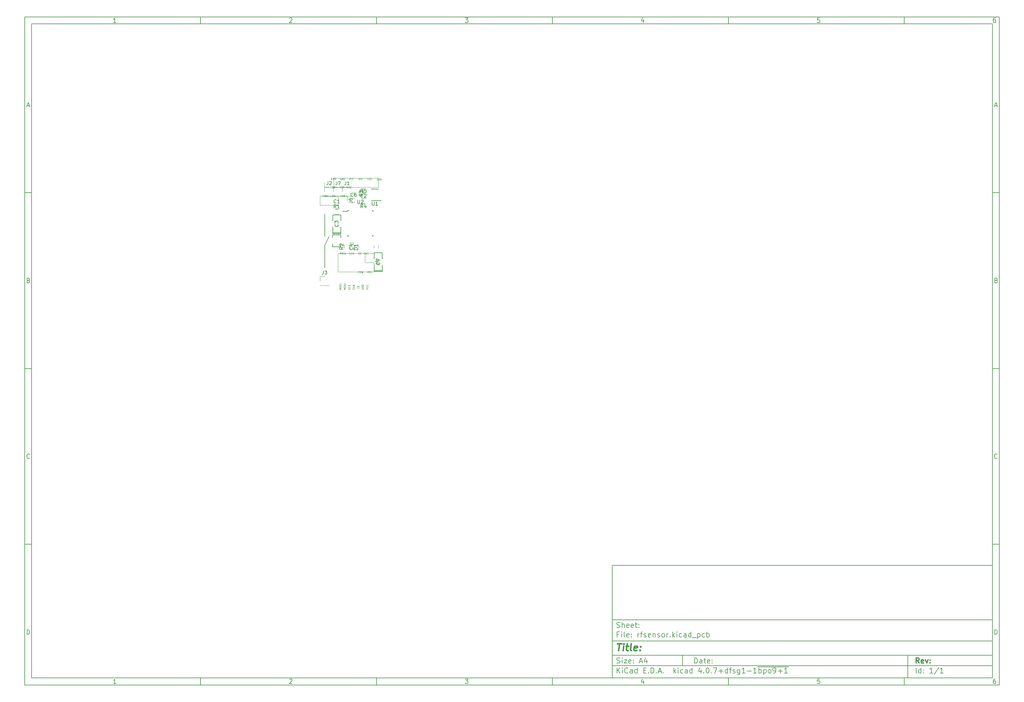
<source format=gbr>
G04 #@! TF.FileFunction,Legend,Top*
%FSLAX46Y46*%
G04 Gerber Fmt 4.6, Leading zero omitted, Abs format (unit mm)*
G04 Created by KiCad (PCBNEW 4.0.7+dfsg1-1~bpo9+1) date Fri Jan  5 13:44:09 2018*
%MOMM*%
%LPD*%
G01*
G04 APERTURE LIST*
%ADD10C,0.100000*%
%ADD11C,0.150000*%
%ADD12C,0.300000*%
%ADD13C,0.400000*%
%ADD14C,0.200000*%
%ADD15C,0.125000*%
%ADD16C,0.120000*%
G04 APERTURE END LIST*
D10*
D11*
X177002200Y-166007200D02*
X177002200Y-198007200D01*
X285002200Y-198007200D01*
X285002200Y-166007200D01*
X177002200Y-166007200D01*
D10*
D11*
X10000000Y-10000000D02*
X10000000Y-200007200D01*
X287002200Y-200007200D01*
X287002200Y-10000000D01*
X10000000Y-10000000D01*
D10*
D11*
X12000000Y-12000000D02*
X12000000Y-198007200D01*
X285002200Y-198007200D01*
X285002200Y-12000000D01*
X12000000Y-12000000D01*
D10*
D11*
X60000000Y-12000000D02*
X60000000Y-10000000D01*
D10*
D11*
X110000000Y-12000000D02*
X110000000Y-10000000D01*
D10*
D11*
X160000000Y-12000000D02*
X160000000Y-10000000D01*
D10*
D11*
X210000000Y-12000000D02*
X210000000Y-10000000D01*
D10*
D11*
X260000000Y-12000000D02*
X260000000Y-10000000D01*
D10*
D11*
X35990476Y-11588095D02*
X35247619Y-11588095D01*
X35619048Y-11588095D02*
X35619048Y-10288095D01*
X35495238Y-10473810D01*
X35371429Y-10597619D01*
X35247619Y-10659524D01*
D10*
D11*
X85247619Y-10411905D02*
X85309524Y-10350000D01*
X85433333Y-10288095D01*
X85742857Y-10288095D01*
X85866667Y-10350000D01*
X85928571Y-10411905D01*
X85990476Y-10535714D01*
X85990476Y-10659524D01*
X85928571Y-10845238D01*
X85185714Y-11588095D01*
X85990476Y-11588095D01*
D10*
D11*
X135185714Y-10288095D02*
X135990476Y-10288095D01*
X135557143Y-10783333D01*
X135742857Y-10783333D01*
X135866667Y-10845238D01*
X135928571Y-10907143D01*
X135990476Y-11030952D01*
X135990476Y-11340476D01*
X135928571Y-11464286D01*
X135866667Y-11526190D01*
X135742857Y-11588095D01*
X135371429Y-11588095D01*
X135247619Y-11526190D01*
X135185714Y-11464286D01*
D10*
D11*
X185866667Y-10721429D02*
X185866667Y-11588095D01*
X185557143Y-10226190D02*
X185247619Y-11154762D01*
X186052381Y-11154762D01*
D10*
D11*
X235928571Y-10288095D02*
X235309524Y-10288095D01*
X235247619Y-10907143D01*
X235309524Y-10845238D01*
X235433333Y-10783333D01*
X235742857Y-10783333D01*
X235866667Y-10845238D01*
X235928571Y-10907143D01*
X235990476Y-11030952D01*
X235990476Y-11340476D01*
X235928571Y-11464286D01*
X235866667Y-11526190D01*
X235742857Y-11588095D01*
X235433333Y-11588095D01*
X235309524Y-11526190D01*
X235247619Y-11464286D01*
D10*
D11*
X285866667Y-10288095D02*
X285619048Y-10288095D01*
X285495238Y-10350000D01*
X285433333Y-10411905D01*
X285309524Y-10597619D01*
X285247619Y-10845238D01*
X285247619Y-11340476D01*
X285309524Y-11464286D01*
X285371429Y-11526190D01*
X285495238Y-11588095D01*
X285742857Y-11588095D01*
X285866667Y-11526190D01*
X285928571Y-11464286D01*
X285990476Y-11340476D01*
X285990476Y-11030952D01*
X285928571Y-10907143D01*
X285866667Y-10845238D01*
X285742857Y-10783333D01*
X285495238Y-10783333D01*
X285371429Y-10845238D01*
X285309524Y-10907143D01*
X285247619Y-11030952D01*
D10*
D11*
X60000000Y-198007200D02*
X60000000Y-200007200D01*
D10*
D11*
X110000000Y-198007200D02*
X110000000Y-200007200D01*
D10*
D11*
X160000000Y-198007200D02*
X160000000Y-200007200D01*
D10*
D11*
X210000000Y-198007200D02*
X210000000Y-200007200D01*
D10*
D11*
X260000000Y-198007200D02*
X260000000Y-200007200D01*
D10*
D11*
X35990476Y-199595295D02*
X35247619Y-199595295D01*
X35619048Y-199595295D02*
X35619048Y-198295295D01*
X35495238Y-198481010D01*
X35371429Y-198604819D01*
X35247619Y-198666724D01*
D10*
D11*
X85247619Y-198419105D02*
X85309524Y-198357200D01*
X85433333Y-198295295D01*
X85742857Y-198295295D01*
X85866667Y-198357200D01*
X85928571Y-198419105D01*
X85990476Y-198542914D01*
X85990476Y-198666724D01*
X85928571Y-198852438D01*
X85185714Y-199595295D01*
X85990476Y-199595295D01*
D10*
D11*
X135185714Y-198295295D02*
X135990476Y-198295295D01*
X135557143Y-198790533D01*
X135742857Y-198790533D01*
X135866667Y-198852438D01*
X135928571Y-198914343D01*
X135990476Y-199038152D01*
X135990476Y-199347676D01*
X135928571Y-199471486D01*
X135866667Y-199533390D01*
X135742857Y-199595295D01*
X135371429Y-199595295D01*
X135247619Y-199533390D01*
X135185714Y-199471486D01*
D10*
D11*
X185866667Y-198728629D02*
X185866667Y-199595295D01*
X185557143Y-198233390D02*
X185247619Y-199161962D01*
X186052381Y-199161962D01*
D10*
D11*
X235928571Y-198295295D02*
X235309524Y-198295295D01*
X235247619Y-198914343D01*
X235309524Y-198852438D01*
X235433333Y-198790533D01*
X235742857Y-198790533D01*
X235866667Y-198852438D01*
X235928571Y-198914343D01*
X235990476Y-199038152D01*
X235990476Y-199347676D01*
X235928571Y-199471486D01*
X235866667Y-199533390D01*
X235742857Y-199595295D01*
X235433333Y-199595295D01*
X235309524Y-199533390D01*
X235247619Y-199471486D01*
D10*
D11*
X285866667Y-198295295D02*
X285619048Y-198295295D01*
X285495238Y-198357200D01*
X285433333Y-198419105D01*
X285309524Y-198604819D01*
X285247619Y-198852438D01*
X285247619Y-199347676D01*
X285309524Y-199471486D01*
X285371429Y-199533390D01*
X285495238Y-199595295D01*
X285742857Y-199595295D01*
X285866667Y-199533390D01*
X285928571Y-199471486D01*
X285990476Y-199347676D01*
X285990476Y-199038152D01*
X285928571Y-198914343D01*
X285866667Y-198852438D01*
X285742857Y-198790533D01*
X285495238Y-198790533D01*
X285371429Y-198852438D01*
X285309524Y-198914343D01*
X285247619Y-199038152D01*
D10*
D11*
X10000000Y-60000000D02*
X12000000Y-60000000D01*
D10*
D11*
X10000000Y-110000000D02*
X12000000Y-110000000D01*
D10*
D11*
X10000000Y-160000000D02*
X12000000Y-160000000D01*
D10*
D11*
X10690476Y-35216667D02*
X11309524Y-35216667D01*
X10566667Y-35588095D02*
X11000000Y-34288095D01*
X11433333Y-35588095D01*
D10*
D11*
X11092857Y-84907143D02*
X11278571Y-84969048D01*
X11340476Y-85030952D01*
X11402381Y-85154762D01*
X11402381Y-85340476D01*
X11340476Y-85464286D01*
X11278571Y-85526190D01*
X11154762Y-85588095D01*
X10659524Y-85588095D01*
X10659524Y-84288095D01*
X11092857Y-84288095D01*
X11216667Y-84350000D01*
X11278571Y-84411905D01*
X11340476Y-84535714D01*
X11340476Y-84659524D01*
X11278571Y-84783333D01*
X11216667Y-84845238D01*
X11092857Y-84907143D01*
X10659524Y-84907143D01*
D10*
D11*
X11402381Y-135464286D02*
X11340476Y-135526190D01*
X11154762Y-135588095D01*
X11030952Y-135588095D01*
X10845238Y-135526190D01*
X10721429Y-135402381D01*
X10659524Y-135278571D01*
X10597619Y-135030952D01*
X10597619Y-134845238D01*
X10659524Y-134597619D01*
X10721429Y-134473810D01*
X10845238Y-134350000D01*
X11030952Y-134288095D01*
X11154762Y-134288095D01*
X11340476Y-134350000D01*
X11402381Y-134411905D01*
D10*
D11*
X10659524Y-185588095D02*
X10659524Y-184288095D01*
X10969048Y-184288095D01*
X11154762Y-184350000D01*
X11278571Y-184473810D01*
X11340476Y-184597619D01*
X11402381Y-184845238D01*
X11402381Y-185030952D01*
X11340476Y-185278571D01*
X11278571Y-185402381D01*
X11154762Y-185526190D01*
X10969048Y-185588095D01*
X10659524Y-185588095D01*
D10*
D11*
X287002200Y-60000000D02*
X285002200Y-60000000D01*
D10*
D11*
X287002200Y-110000000D02*
X285002200Y-110000000D01*
D10*
D11*
X287002200Y-160000000D02*
X285002200Y-160000000D01*
D10*
D11*
X285692676Y-35216667D02*
X286311724Y-35216667D01*
X285568867Y-35588095D02*
X286002200Y-34288095D01*
X286435533Y-35588095D01*
D10*
D11*
X286095057Y-84907143D02*
X286280771Y-84969048D01*
X286342676Y-85030952D01*
X286404581Y-85154762D01*
X286404581Y-85340476D01*
X286342676Y-85464286D01*
X286280771Y-85526190D01*
X286156962Y-85588095D01*
X285661724Y-85588095D01*
X285661724Y-84288095D01*
X286095057Y-84288095D01*
X286218867Y-84350000D01*
X286280771Y-84411905D01*
X286342676Y-84535714D01*
X286342676Y-84659524D01*
X286280771Y-84783333D01*
X286218867Y-84845238D01*
X286095057Y-84907143D01*
X285661724Y-84907143D01*
D10*
D11*
X286404581Y-135464286D02*
X286342676Y-135526190D01*
X286156962Y-135588095D01*
X286033152Y-135588095D01*
X285847438Y-135526190D01*
X285723629Y-135402381D01*
X285661724Y-135278571D01*
X285599819Y-135030952D01*
X285599819Y-134845238D01*
X285661724Y-134597619D01*
X285723629Y-134473810D01*
X285847438Y-134350000D01*
X286033152Y-134288095D01*
X286156962Y-134288095D01*
X286342676Y-134350000D01*
X286404581Y-134411905D01*
D10*
D11*
X285661724Y-185588095D02*
X285661724Y-184288095D01*
X285971248Y-184288095D01*
X286156962Y-184350000D01*
X286280771Y-184473810D01*
X286342676Y-184597619D01*
X286404581Y-184845238D01*
X286404581Y-185030952D01*
X286342676Y-185278571D01*
X286280771Y-185402381D01*
X286156962Y-185526190D01*
X285971248Y-185588095D01*
X285661724Y-185588095D01*
D10*
D11*
X200359343Y-193785771D02*
X200359343Y-192285771D01*
X200716486Y-192285771D01*
X200930771Y-192357200D01*
X201073629Y-192500057D01*
X201145057Y-192642914D01*
X201216486Y-192928629D01*
X201216486Y-193142914D01*
X201145057Y-193428629D01*
X201073629Y-193571486D01*
X200930771Y-193714343D01*
X200716486Y-193785771D01*
X200359343Y-193785771D01*
X202502200Y-193785771D02*
X202502200Y-193000057D01*
X202430771Y-192857200D01*
X202287914Y-192785771D01*
X202002200Y-192785771D01*
X201859343Y-192857200D01*
X202502200Y-193714343D02*
X202359343Y-193785771D01*
X202002200Y-193785771D01*
X201859343Y-193714343D01*
X201787914Y-193571486D01*
X201787914Y-193428629D01*
X201859343Y-193285771D01*
X202002200Y-193214343D01*
X202359343Y-193214343D01*
X202502200Y-193142914D01*
X203002200Y-192785771D02*
X203573629Y-192785771D01*
X203216486Y-192285771D02*
X203216486Y-193571486D01*
X203287914Y-193714343D01*
X203430772Y-193785771D01*
X203573629Y-193785771D01*
X204645057Y-193714343D02*
X204502200Y-193785771D01*
X204216486Y-193785771D01*
X204073629Y-193714343D01*
X204002200Y-193571486D01*
X204002200Y-193000057D01*
X204073629Y-192857200D01*
X204216486Y-192785771D01*
X204502200Y-192785771D01*
X204645057Y-192857200D01*
X204716486Y-193000057D01*
X204716486Y-193142914D01*
X204002200Y-193285771D01*
X205359343Y-193642914D02*
X205430771Y-193714343D01*
X205359343Y-193785771D01*
X205287914Y-193714343D01*
X205359343Y-193642914D01*
X205359343Y-193785771D01*
X205359343Y-192857200D02*
X205430771Y-192928629D01*
X205359343Y-193000057D01*
X205287914Y-192928629D01*
X205359343Y-192857200D01*
X205359343Y-193000057D01*
D10*
D11*
X177002200Y-194507200D02*
X285002200Y-194507200D01*
D10*
D11*
X178359343Y-196585771D02*
X178359343Y-195085771D01*
X179216486Y-196585771D02*
X178573629Y-195728629D01*
X179216486Y-195085771D02*
X178359343Y-195942914D01*
X179859343Y-196585771D02*
X179859343Y-195585771D01*
X179859343Y-195085771D02*
X179787914Y-195157200D01*
X179859343Y-195228629D01*
X179930771Y-195157200D01*
X179859343Y-195085771D01*
X179859343Y-195228629D01*
X181430772Y-196442914D02*
X181359343Y-196514343D01*
X181145057Y-196585771D01*
X181002200Y-196585771D01*
X180787915Y-196514343D01*
X180645057Y-196371486D01*
X180573629Y-196228629D01*
X180502200Y-195942914D01*
X180502200Y-195728629D01*
X180573629Y-195442914D01*
X180645057Y-195300057D01*
X180787915Y-195157200D01*
X181002200Y-195085771D01*
X181145057Y-195085771D01*
X181359343Y-195157200D01*
X181430772Y-195228629D01*
X182716486Y-196585771D02*
X182716486Y-195800057D01*
X182645057Y-195657200D01*
X182502200Y-195585771D01*
X182216486Y-195585771D01*
X182073629Y-195657200D01*
X182716486Y-196514343D02*
X182573629Y-196585771D01*
X182216486Y-196585771D01*
X182073629Y-196514343D01*
X182002200Y-196371486D01*
X182002200Y-196228629D01*
X182073629Y-196085771D01*
X182216486Y-196014343D01*
X182573629Y-196014343D01*
X182716486Y-195942914D01*
X184073629Y-196585771D02*
X184073629Y-195085771D01*
X184073629Y-196514343D02*
X183930772Y-196585771D01*
X183645058Y-196585771D01*
X183502200Y-196514343D01*
X183430772Y-196442914D01*
X183359343Y-196300057D01*
X183359343Y-195871486D01*
X183430772Y-195728629D01*
X183502200Y-195657200D01*
X183645058Y-195585771D01*
X183930772Y-195585771D01*
X184073629Y-195657200D01*
X185930772Y-195800057D02*
X186430772Y-195800057D01*
X186645058Y-196585771D02*
X185930772Y-196585771D01*
X185930772Y-195085771D01*
X186645058Y-195085771D01*
X187287915Y-196442914D02*
X187359343Y-196514343D01*
X187287915Y-196585771D01*
X187216486Y-196514343D01*
X187287915Y-196442914D01*
X187287915Y-196585771D01*
X188002201Y-196585771D02*
X188002201Y-195085771D01*
X188359344Y-195085771D01*
X188573629Y-195157200D01*
X188716487Y-195300057D01*
X188787915Y-195442914D01*
X188859344Y-195728629D01*
X188859344Y-195942914D01*
X188787915Y-196228629D01*
X188716487Y-196371486D01*
X188573629Y-196514343D01*
X188359344Y-196585771D01*
X188002201Y-196585771D01*
X189502201Y-196442914D02*
X189573629Y-196514343D01*
X189502201Y-196585771D01*
X189430772Y-196514343D01*
X189502201Y-196442914D01*
X189502201Y-196585771D01*
X190145058Y-196157200D02*
X190859344Y-196157200D01*
X190002201Y-196585771D02*
X190502201Y-195085771D01*
X191002201Y-196585771D01*
X191502201Y-196442914D02*
X191573629Y-196514343D01*
X191502201Y-196585771D01*
X191430772Y-196514343D01*
X191502201Y-196442914D01*
X191502201Y-196585771D01*
X194502201Y-196585771D02*
X194502201Y-195085771D01*
X194645058Y-196014343D02*
X195073629Y-196585771D01*
X195073629Y-195585771D02*
X194502201Y-196157200D01*
X195716487Y-196585771D02*
X195716487Y-195585771D01*
X195716487Y-195085771D02*
X195645058Y-195157200D01*
X195716487Y-195228629D01*
X195787915Y-195157200D01*
X195716487Y-195085771D01*
X195716487Y-195228629D01*
X197073630Y-196514343D02*
X196930773Y-196585771D01*
X196645059Y-196585771D01*
X196502201Y-196514343D01*
X196430773Y-196442914D01*
X196359344Y-196300057D01*
X196359344Y-195871486D01*
X196430773Y-195728629D01*
X196502201Y-195657200D01*
X196645059Y-195585771D01*
X196930773Y-195585771D01*
X197073630Y-195657200D01*
X198359344Y-196585771D02*
X198359344Y-195800057D01*
X198287915Y-195657200D01*
X198145058Y-195585771D01*
X197859344Y-195585771D01*
X197716487Y-195657200D01*
X198359344Y-196514343D02*
X198216487Y-196585771D01*
X197859344Y-196585771D01*
X197716487Y-196514343D01*
X197645058Y-196371486D01*
X197645058Y-196228629D01*
X197716487Y-196085771D01*
X197859344Y-196014343D01*
X198216487Y-196014343D01*
X198359344Y-195942914D01*
X199716487Y-196585771D02*
X199716487Y-195085771D01*
X199716487Y-196514343D02*
X199573630Y-196585771D01*
X199287916Y-196585771D01*
X199145058Y-196514343D01*
X199073630Y-196442914D01*
X199002201Y-196300057D01*
X199002201Y-195871486D01*
X199073630Y-195728629D01*
X199145058Y-195657200D01*
X199287916Y-195585771D01*
X199573630Y-195585771D01*
X199716487Y-195657200D01*
X202216487Y-195585771D02*
X202216487Y-196585771D01*
X201859344Y-195014343D02*
X201502201Y-196085771D01*
X202430773Y-196085771D01*
X203002201Y-196442914D02*
X203073629Y-196514343D01*
X203002201Y-196585771D01*
X202930772Y-196514343D01*
X203002201Y-196442914D01*
X203002201Y-196585771D01*
X204002201Y-195085771D02*
X204145058Y-195085771D01*
X204287915Y-195157200D01*
X204359344Y-195228629D01*
X204430773Y-195371486D01*
X204502201Y-195657200D01*
X204502201Y-196014343D01*
X204430773Y-196300057D01*
X204359344Y-196442914D01*
X204287915Y-196514343D01*
X204145058Y-196585771D01*
X204002201Y-196585771D01*
X203859344Y-196514343D01*
X203787915Y-196442914D01*
X203716487Y-196300057D01*
X203645058Y-196014343D01*
X203645058Y-195657200D01*
X203716487Y-195371486D01*
X203787915Y-195228629D01*
X203859344Y-195157200D01*
X204002201Y-195085771D01*
X205145058Y-196442914D02*
X205216486Y-196514343D01*
X205145058Y-196585771D01*
X205073629Y-196514343D01*
X205145058Y-196442914D01*
X205145058Y-196585771D01*
X205716487Y-195085771D02*
X206716487Y-195085771D01*
X206073630Y-196585771D01*
X207287915Y-196014343D02*
X208430772Y-196014343D01*
X207859343Y-196585771D02*
X207859343Y-195442914D01*
X209787915Y-196585771D02*
X209787915Y-195085771D01*
X209787915Y-196514343D02*
X209645058Y-196585771D01*
X209359344Y-196585771D01*
X209216486Y-196514343D01*
X209145058Y-196442914D01*
X209073629Y-196300057D01*
X209073629Y-195871486D01*
X209145058Y-195728629D01*
X209216486Y-195657200D01*
X209359344Y-195585771D01*
X209645058Y-195585771D01*
X209787915Y-195657200D01*
X210287915Y-195585771D02*
X210859344Y-195585771D01*
X210502201Y-196585771D02*
X210502201Y-195300057D01*
X210573629Y-195157200D01*
X210716487Y-195085771D01*
X210859344Y-195085771D01*
X211287915Y-196514343D02*
X211430772Y-196585771D01*
X211716487Y-196585771D01*
X211859344Y-196514343D01*
X211930772Y-196371486D01*
X211930772Y-196300057D01*
X211859344Y-196157200D01*
X211716487Y-196085771D01*
X211502201Y-196085771D01*
X211359344Y-196014343D01*
X211287915Y-195871486D01*
X211287915Y-195800057D01*
X211359344Y-195657200D01*
X211502201Y-195585771D01*
X211716487Y-195585771D01*
X211859344Y-195657200D01*
X213216487Y-195585771D02*
X213216487Y-196800057D01*
X213145058Y-196942914D01*
X213073630Y-197014343D01*
X212930773Y-197085771D01*
X212716487Y-197085771D01*
X212573630Y-197014343D01*
X213216487Y-196514343D02*
X213073630Y-196585771D01*
X212787916Y-196585771D01*
X212645058Y-196514343D01*
X212573630Y-196442914D01*
X212502201Y-196300057D01*
X212502201Y-195871486D01*
X212573630Y-195728629D01*
X212645058Y-195657200D01*
X212787916Y-195585771D01*
X213073630Y-195585771D01*
X213216487Y-195657200D01*
X214716487Y-196585771D02*
X213859344Y-196585771D01*
X214287916Y-196585771D02*
X214287916Y-195085771D01*
X214145059Y-195300057D01*
X214002201Y-195442914D01*
X213859344Y-195514343D01*
X215359344Y-196014343D02*
X216502201Y-196014343D01*
X218002201Y-196585771D02*
X217145058Y-196585771D01*
X217573630Y-196585771D02*
X217573630Y-195085771D01*
X217430773Y-195300057D01*
X217287915Y-195442914D01*
X217145058Y-195514343D01*
X218645058Y-196585771D02*
X218645058Y-195085771D01*
X218645058Y-195657200D02*
X218787915Y-195585771D01*
X219073629Y-195585771D01*
X219216486Y-195657200D01*
X219287915Y-195728629D01*
X219359344Y-195871486D01*
X219359344Y-196300057D01*
X219287915Y-196442914D01*
X219216486Y-196514343D01*
X219073629Y-196585771D01*
X218787915Y-196585771D01*
X218645058Y-196514343D01*
X220002201Y-195585771D02*
X220002201Y-197085771D01*
X220002201Y-195657200D02*
X220145058Y-195585771D01*
X220430772Y-195585771D01*
X220573629Y-195657200D01*
X220645058Y-195728629D01*
X220716487Y-195871486D01*
X220716487Y-196300057D01*
X220645058Y-196442914D01*
X220573629Y-196514343D01*
X220430772Y-196585771D01*
X220145058Y-196585771D01*
X220002201Y-196514343D01*
X221573630Y-196585771D02*
X221430772Y-196514343D01*
X221359344Y-196442914D01*
X221287915Y-196300057D01*
X221287915Y-195871486D01*
X221359344Y-195728629D01*
X221430772Y-195657200D01*
X221573630Y-195585771D01*
X221787915Y-195585771D01*
X221930772Y-195657200D01*
X222002201Y-195728629D01*
X222073630Y-195871486D01*
X222073630Y-196300057D01*
X222002201Y-196442914D01*
X221930772Y-196514343D01*
X221787915Y-196585771D01*
X221573630Y-196585771D01*
X222787915Y-196585771D02*
X223073630Y-196585771D01*
X223216487Y-196514343D01*
X223287915Y-196442914D01*
X223430773Y-196228629D01*
X223502201Y-195942914D01*
X223502201Y-195371486D01*
X223430773Y-195228629D01*
X223359344Y-195157200D01*
X223216487Y-195085771D01*
X222930773Y-195085771D01*
X222787915Y-195157200D01*
X222716487Y-195228629D01*
X222645058Y-195371486D01*
X222645058Y-195728629D01*
X222716487Y-195871486D01*
X222787915Y-195942914D01*
X222930773Y-196014343D01*
X223216487Y-196014343D01*
X223359344Y-195942914D01*
X223430773Y-195871486D01*
X223502201Y-195728629D01*
X224145058Y-196014343D02*
X225287915Y-196014343D01*
X224716486Y-196585771D02*
X224716486Y-195442914D01*
X226787915Y-196585771D02*
X225930772Y-196585771D01*
X226359344Y-196585771D02*
X226359344Y-195085771D01*
X226216487Y-195300057D01*
X226073629Y-195442914D01*
X225930772Y-195514343D01*
X218287915Y-194827200D02*
X227073629Y-194827200D01*
D10*
D11*
X177002200Y-191507200D02*
X285002200Y-191507200D01*
D10*
D12*
X264216486Y-193785771D02*
X263716486Y-193071486D01*
X263359343Y-193785771D02*
X263359343Y-192285771D01*
X263930771Y-192285771D01*
X264073629Y-192357200D01*
X264145057Y-192428629D01*
X264216486Y-192571486D01*
X264216486Y-192785771D01*
X264145057Y-192928629D01*
X264073629Y-193000057D01*
X263930771Y-193071486D01*
X263359343Y-193071486D01*
X265430771Y-193714343D02*
X265287914Y-193785771D01*
X265002200Y-193785771D01*
X264859343Y-193714343D01*
X264787914Y-193571486D01*
X264787914Y-193000057D01*
X264859343Y-192857200D01*
X265002200Y-192785771D01*
X265287914Y-192785771D01*
X265430771Y-192857200D01*
X265502200Y-193000057D01*
X265502200Y-193142914D01*
X264787914Y-193285771D01*
X266002200Y-192785771D02*
X266359343Y-193785771D01*
X266716485Y-192785771D01*
X267287914Y-193642914D02*
X267359342Y-193714343D01*
X267287914Y-193785771D01*
X267216485Y-193714343D01*
X267287914Y-193642914D01*
X267287914Y-193785771D01*
X267287914Y-192857200D02*
X267359342Y-192928629D01*
X267287914Y-193000057D01*
X267216485Y-192928629D01*
X267287914Y-192857200D01*
X267287914Y-193000057D01*
D10*
D11*
X178287914Y-193714343D02*
X178502200Y-193785771D01*
X178859343Y-193785771D01*
X179002200Y-193714343D01*
X179073629Y-193642914D01*
X179145057Y-193500057D01*
X179145057Y-193357200D01*
X179073629Y-193214343D01*
X179002200Y-193142914D01*
X178859343Y-193071486D01*
X178573629Y-193000057D01*
X178430771Y-192928629D01*
X178359343Y-192857200D01*
X178287914Y-192714343D01*
X178287914Y-192571486D01*
X178359343Y-192428629D01*
X178430771Y-192357200D01*
X178573629Y-192285771D01*
X178930771Y-192285771D01*
X179145057Y-192357200D01*
X179787914Y-193785771D02*
X179787914Y-192785771D01*
X179787914Y-192285771D02*
X179716485Y-192357200D01*
X179787914Y-192428629D01*
X179859342Y-192357200D01*
X179787914Y-192285771D01*
X179787914Y-192428629D01*
X180359343Y-192785771D02*
X181145057Y-192785771D01*
X180359343Y-193785771D01*
X181145057Y-193785771D01*
X182287914Y-193714343D02*
X182145057Y-193785771D01*
X181859343Y-193785771D01*
X181716486Y-193714343D01*
X181645057Y-193571486D01*
X181645057Y-193000057D01*
X181716486Y-192857200D01*
X181859343Y-192785771D01*
X182145057Y-192785771D01*
X182287914Y-192857200D01*
X182359343Y-193000057D01*
X182359343Y-193142914D01*
X181645057Y-193285771D01*
X183002200Y-193642914D02*
X183073628Y-193714343D01*
X183002200Y-193785771D01*
X182930771Y-193714343D01*
X183002200Y-193642914D01*
X183002200Y-193785771D01*
X183002200Y-192857200D02*
X183073628Y-192928629D01*
X183002200Y-193000057D01*
X182930771Y-192928629D01*
X183002200Y-192857200D01*
X183002200Y-193000057D01*
X184787914Y-193357200D02*
X185502200Y-193357200D01*
X184645057Y-193785771D02*
X185145057Y-192285771D01*
X185645057Y-193785771D01*
X186787914Y-192785771D02*
X186787914Y-193785771D01*
X186430771Y-192214343D02*
X186073628Y-193285771D01*
X187002200Y-193285771D01*
D10*
D11*
X263359343Y-196585771D02*
X263359343Y-195085771D01*
X264716486Y-196585771D02*
X264716486Y-195085771D01*
X264716486Y-196514343D02*
X264573629Y-196585771D01*
X264287915Y-196585771D01*
X264145057Y-196514343D01*
X264073629Y-196442914D01*
X264002200Y-196300057D01*
X264002200Y-195871486D01*
X264073629Y-195728629D01*
X264145057Y-195657200D01*
X264287915Y-195585771D01*
X264573629Y-195585771D01*
X264716486Y-195657200D01*
X265430772Y-196442914D02*
X265502200Y-196514343D01*
X265430772Y-196585771D01*
X265359343Y-196514343D01*
X265430772Y-196442914D01*
X265430772Y-196585771D01*
X265430772Y-195657200D02*
X265502200Y-195728629D01*
X265430772Y-195800057D01*
X265359343Y-195728629D01*
X265430772Y-195657200D01*
X265430772Y-195800057D01*
X268073629Y-196585771D02*
X267216486Y-196585771D01*
X267645058Y-196585771D02*
X267645058Y-195085771D01*
X267502201Y-195300057D01*
X267359343Y-195442914D01*
X267216486Y-195514343D01*
X269787914Y-195014343D02*
X268502200Y-196942914D01*
X271073629Y-196585771D02*
X270216486Y-196585771D01*
X270645058Y-196585771D02*
X270645058Y-195085771D01*
X270502201Y-195300057D01*
X270359343Y-195442914D01*
X270216486Y-195514343D01*
D10*
D11*
X177002200Y-187507200D02*
X285002200Y-187507200D01*
D10*
D13*
X178454581Y-188211962D02*
X179597438Y-188211962D01*
X178776010Y-190211962D02*
X179026010Y-188211962D01*
X180014105Y-190211962D02*
X180180771Y-188878629D01*
X180264105Y-188211962D02*
X180156962Y-188307200D01*
X180240295Y-188402438D01*
X180347439Y-188307200D01*
X180264105Y-188211962D01*
X180240295Y-188402438D01*
X180847438Y-188878629D02*
X181609343Y-188878629D01*
X181216486Y-188211962D02*
X181002200Y-189926248D01*
X181073630Y-190116724D01*
X181252201Y-190211962D01*
X181442677Y-190211962D01*
X182395058Y-190211962D02*
X182216487Y-190116724D01*
X182145057Y-189926248D01*
X182359343Y-188211962D01*
X183930772Y-190116724D02*
X183728391Y-190211962D01*
X183347439Y-190211962D01*
X183168867Y-190116724D01*
X183097438Y-189926248D01*
X183192676Y-189164343D01*
X183311724Y-188973867D01*
X183514105Y-188878629D01*
X183895057Y-188878629D01*
X184073629Y-188973867D01*
X184145057Y-189164343D01*
X184121248Y-189354819D01*
X183145057Y-189545295D01*
X184895057Y-190021486D02*
X184978392Y-190116724D01*
X184871248Y-190211962D01*
X184787915Y-190116724D01*
X184895057Y-190021486D01*
X184871248Y-190211962D01*
X185026010Y-188973867D02*
X185109344Y-189069105D01*
X185002200Y-189164343D01*
X184918867Y-189069105D01*
X185026010Y-188973867D01*
X185002200Y-189164343D01*
D10*
D11*
X178859343Y-185600057D02*
X178359343Y-185600057D01*
X178359343Y-186385771D02*
X178359343Y-184885771D01*
X179073629Y-184885771D01*
X179645057Y-186385771D02*
X179645057Y-185385771D01*
X179645057Y-184885771D02*
X179573628Y-184957200D01*
X179645057Y-185028629D01*
X179716485Y-184957200D01*
X179645057Y-184885771D01*
X179645057Y-185028629D01*
X180573629Y-186385771D02*
X180430771Y-186314343D01*
X180359343Y-186171486D01*
X180359343Y-184885771D01*
X181716485Y-186314343D02*
X181573628Y-186385771D01*
X181287914Y-186385771D01*
X181145057Y-186314343D01*
X181073628Y-186171486D01*
X181073628Y-185600057D01*
X181145057Y-185457200D01*
X181287914Y-185385771D01*
X181573628Y-185385771D01*
X181716485Y-185457200D01*
X181787914Y-185600057D01*
X181787914Y-185742914D01*
X181073628Y-185885771D01*
X182430771Y-186242914D02*
X182502199Y-186314343D01*
X182430771Y-186385771D01*
X182359342Y-186314343D01*
X182430771Y-186242914D01*
X182430771Y-186385771D01*
X182430771Y-185457200D02*
X182502199Y-185528629D01*
X182430771Y-185600057D01*
X182359342Y-185528629D01*
X182430771Y-185457200D01*
X182430771Y-185600057D01*
X184287914Y-186385771D02*
X184287914Y-185385771D01*
X184287914Y-185671486D02*
X184359342Y-185528629D01*
X184430771Y-185457200D01*
X184573628Y-185385771D01*
X184716485Y-185385771D01*
X185002199Y-185385771D02*
X185573628Y-185385771D01*
X185216485Y-186385771D02*
X185216485Y-185100057D01*
X185287913Y-184957200D01*
X185430771Y-184885771D01*
X185573628Y-184885771D01*
X186002199Y-186314343D02*
X186145056Y-186385771D01*
X186430771Y-186385771D01*
X186573628Y-186314343D01*
X186645056Y-186171486D01*
X186645056Y-186100057D01*
X186573628Y-185957200D01*
X186430771Y-185885771D01*
X186216485Y-185885771D01*
X186073628Y-185814343D01*
X186002199Y-185671486D01*
X186002199Y-185600057D01*
X186073628Y-185457200D01*
X186216485Y-185385771D01*
X186430771Y-185385771D01*
X186573628Y-185457200D01*
X187859342Y-186314343D02*
X187716485Y-186385771D01*
X187430771Y-186385771D01*
X187287914Y-186314343D01*
X187216485Y-186171486D01*
X187216485Y-185600057D01*
X187287914Y-185457200D01*
X187430771Y-185385771D01*
X187716485Y-185385771D01*
X187859342Y-185457200D01*
X187930771Y-185600057D01*
X187930771Y-185742914D01*
X187216485Y-185885771D01*
X188573628Y-185385771D02*
X188573628Y-186385771D01*
X188573628Y-185528629D02*
X188645056Y-185457200D01*
X188787914Y-185385771D01*
X189002199Y-185385771D01*
X189145056Y-185457200D01*
X189216485Y-185600057D01*
X189216485Y-186385771D01*
X189859342Y-186314343D02*
X190002199Y-186385771D01*
X190287914Y-186385771D01*
X190430771Y-186314343D01*
X190502199Y-186171486D01*
X190502199Y-186100057D01*
X190430771Y-185957200D01*
X190287914Y-185885771D01*
X190073628Y-185885771D01*
X189930771Y-185814343D01*
X189859342Y-185671486D01*
X189859342Y-185600057D01*
X189930771Y-185457200D01*
X190073628Y-185385771D01*
X190287914Y-185385771D01*
X190430771Y-185457200D01*
X191359343Y-186385771D02*
X191216485Y-186314343D01*
X191145057Y-186242914D01*
X191073628Y-186100057D01*
X191073628Y-185671486D01*
X191145057Y-185528629D01*
X191216485Y-185457200D01*
X191359343Y-185385771D01*
X191573628Y-185385771D01*
X191716485Y-185457200D01*
X191787914Y-185528629D01*
X191859343Y-185671486D01*
X191859343Y-186100057D01*
X191787914Y-186242914D01*
X191716485Y-186314343D01*
X191573628Y-186385771D01*
X191359343Y-186385771D01*
X192502200Y-186385771D02*
X192502200Y-185385771D01*
X192502200Y-185671486D02*
X192573628Y-185528629D01*
X192645057Y-185457200D01*
X192787914Y-185385771D01*
X192930771Y-185385771D01*
X193430771Y-186242914D02*
X193502199Y-186314343D01*
X193430771Y-186385771D01*
X193359342Y-186314343D01*
X193430771Y-186242914D01*
X193430771Y-186385771D01*
X194145057Y-186385771D02*
X194145057Y-184885771D01*
X194287914Y-185814343D02*
X194716485Y-186385771D01*
X194716485Y-185385771D02*
X194145057Y-185957200D01*
X195359343Y-186385771D02*
X195359343Y-185385771D01*
X195359343Y-184885771D02*
X195287914Y-184957200D01*
X195359343Y-185028629D01*
X195430771Y-184957200D01*
X195359343Y-184885771D01*
X195359343Y-185028629D01*
X196716486Y-186314343D02*
X196573629Y-186385771D01*
X196287915Y-186385771D01*
X196145057Y-186314343D01*
X196073629Y-186242914D01*
X196002200Y-186100057D01*
X196002200Y-185671486D01*
X196073629Y-185528629D01*
X196145057Y-185457200D01*
X196287915Y-185385771D01*
X196573629Y-185385771D01*
X196716486Y-185457200D01*
X198002200Y-186385771D02*
X198002200Y-185600057D01*
X197930771Y-185457200D01*
X197787914Y-185385771D01*
X197502200Y-185385771D01*
X197359343Y-185457200D01*
X198002200Y-186314343D02*
X197859343Y-186385771D01*
X197502200Y-186385771D01*
X197359343Y-186314343D01*
X197287914Y-186171486D01*
X197287914Y-186028629D01*
X197359343Y-185885771D01*
X197502200Y-185814343D01*
X197859343Y-185814343D01*
X198002200Y-185742914D01*
X199359343Y-186385771D02*
X199359343Y-184885771D01*
X199359343Y-186314343D02*
X199216486Y-186385771D01*
X198930772Y-186385771D01*
X198787914Y-186314343D01*
X198716486Y-186242914D01*
X198645057Y-186100057D01*
X198645057Y-185671486D01*
X198716486Y-185528629D01*
X198787914Y-185457200D01*
X198930772Y-185385771D01*
X199216486Y-185385771D01*
X199359343Y-185457200D01*
X199716486Y-186528629D02*
X200859343Y-186528629D01*
X201216486Y-185385771D02*
X201216486Y-186885771D01*
X201216486Y-185457200D02*
X201359343Y-185385771D01*
X201645057Y-185385771D01*
X201787914Y-185457200D01*
X201859343Y-185528629D01*
X201930772Y-185671486D01*
X201930772Y-186100057D01*
X201859343Y-186242914D01*
X201787914Y-186314343D01*
X201645057Y-186385771D01*
X201359343Y-186385771D01*
X201216486Y-186314343D01*
X203216486Y-186314343D02*
X203073629Y-186385771D01*
X202787915Y-186385771D01*
X202645057Y-186314343D01*
X202573629Y-186242914D01*
X202502200Y-186100057D01*
X202502200Y-185671486D01*
X202573629Y-185528629D01*
X202645057Y-185457200D01*
X202787915Y-185385771D01*
X203073629Y-185385771D01*
X203216486Y-185457200D01*
X203859343Y-186385771D02*
X203859343Y-184885771D01*
X203859343Y-185457200D02*
X204002200Y-185385771D01*
X204287914Y-185385771D01*
X204430771Y-185457200D01*
X204502200Y-185528629D01*
X204573629Y-185671486D01*
X204573629Y-186100057D01*
X204502200Y-186242914D01*
X204430771Y-186314343D01*
X204287914Y-186385771D01*
X204002200Y-186385771D01*
X203859343Y-186314343D01*
D10*
D11*
X177002200Y-181507200D02*
X285002200Y-181507200D01*
D10*
D11*
X178287914Y-183614343D02*
X178502200Y-183685771D01*
X178859343Y-183685771D01*
X179002200Y-183614343D01*
X179073629Y-183542914D01*
X179145057Y-183400057D01*
X179145057Y-183257200D01*
X179073629Y-183114343D01*
X179002200Y-183042914D01*
X178859343Y-182971486D01*
X178573629Y-182900057D01*
X178430771Y-182828629D01*
X178359343Y-182757200D01*
X178287914Y-182614343D01*
X178287914Y-182471486D01*
X178359343Y-182328629D01*
X178430771Y-182257200D01*
X178573629Y-182185771D01*
X178930771Y-182185771D01*
X179145057Y-182257200D01*
X179787914Y-183685771D02*
X179787914Y-182185771D01*
X180430771Y-183685771D02*
X180430771Y-182900057D01*
X180359342Y-182757200D01*
X180216485Y-182685771D01*
X180002200Y-182685771D01*
X179859342Y-182757200D01*
X179787914Y-182828629D01*
X181716485Y-183614343D02*
X181573628Y-183685771D01*
X181287914Y-183685771D01*
X181145057Y-183614343D01*
X181073628Y-183471486D01*
X181073628Y-182900057D01*
X181145057Y-182757200D01*
X181287914Y-182685771D01*
X181573628Y-182685771D01*
X181716485Y-182757200D01*
X181787914Y-182900057D01*
X181787914Y-183042914D01*
X181073628Y-183185771D01*
X183002199Y-183614343D02*
X182859342Y-183685771D01*
X182573628Y-183685771D01*
X182430771Y-183614343D01*
X182359342Y-183471486D01*
X182359342Y-182900057D01*
X182430771Y-182757200D01*
X182573628Y-182685771D01*
X182859342Y-182685771D01*
X183002199Y-182757200D01*
X183073628Y-182900057D01*
X183073628Y-183042914D01*
X182359342Y-183185771D01*
X183502199Y-182685771D02*
X184073628Y-182685771D01*
X183716485Y-182185771D02*
X183716485Y-183471486D01*
X183787913Y-183614343D01*
X183930771Y-183685771D01*
X184073628Y-183685771D01*
X184573628Y-183542914D02*
X184645056Y-183614343D01*
X184573628Y-183685771D01*
X184502199Y-183614343D01*
X184573628Y-183542914D01*
X184573628Y-183685771D01*
X184573628Y-182757200D02*
X184645056Y-182828629D01*
X184573628Y-182900057D01*
X184502199Y-182828629D01*
X184573628Y-182757200D01*
X184573628Y-182900057D01*
D10*
D11*
X197002200Y-191507200D02*
X197002200Y-194507200D01*
D10*
D11*
X261002200Y-191507200D02*
X261002200Y-198007200D01*
D14*
X100573840Y-65059560D02*
G75*
G03X100573840Y-65059560I-25400J0D01*
G01*
X111597440Y-62097920D02*
G75*
G03X111597440Y-62097920I-15240J0D01*
G01*
D15*
X110167492Y-56497350D02*
X110167492Y-55997350D01*
X110286539Y-55997350D01*
X110357968Y-56021160D01*
X110405587Y-56068779D01*
X110429396Y-56116398D01*
X110453206Y-56211636D01*
X110453206Y-56283065D01*
X110429396Y-56378303D01*
X110405587Y-56425922D01*
X110357968Y-56473541D01*
X110286539Y-56497350D01*
X110167492Y-56497350D01*
X110596063Y-55997350D02*
X110881777Y-55997350D01*
X110738920Y-56497350D02*
X110738920Y-55997350D01*
X111334158Y-56497350D02*
X111167491Y-56259255D01*
X111048444Y-56497350D02*
X111048444Y-55997350D01*
X111238920Y-55997350D01*
X111286539Y-56021160D01*
X111310348Y-56044970D01*
X111334158Y-56092589D01*
X111334158Y-56164017D01*
X111310348Y-56211636D01*
X111286539Y-56235446D01*
X111238920Y-56259255D01*
X111048444Y-56259255D01*
X107302063Y-55839870D02*
X107587777Y-55839870D01*
X107444920Y-56339870D02*
X107444920Y-55839870D01*
X107706825Y-55839870D02*
X108040158Y-56339870D01*
X108040158Y-55839870D02*
X107706825Y-56339870D01*
X108325872Y-55839870D02*
X108421110Y-55839870D01*
X108468729Y-55863680D01*
X108516348Y-55911299D01*
X108540157Y-56006537D01*
X108540157Y-56173204D01*
X108516348Y-56268442D01*
X108468729Y-56316061D01*
X108421110Y-56339870D01*
X108325872Y-56339870D01*
X108278253Y-56316061D01*
X108230634Y-56268442D01*
X108206824Y-56173204D01*
X108206824Y-56006537D01*
X108230634Y-55911299D01*
X108278253Y-55863680D01*
X108325872Y-55839870D01*
X105192380Y-56319550D02*
X105025713Y-56081455D01*
X104906666Y-56319550D02*
X104906666Y-55819550D01*
X105097142Y-55819550D01*
X105144761Y-55843360D01*
X105168570Y-55867170D01*
X105192380Y-55914789D01*
X105192380Y-55986217D01*
X105168570Y-56033836D01*
X105144761Y-56057646D01*
X105097142Y-56081455D01*
X104906666Y-56081455D01*
X105359047Y-55819550D02*
X105692380Y-56319550D01*
X105692380Y-55819550D02*
X105359047Y-56319550D01*
X105882856Y-56319550D02*
X105882856Y-55819550D01*
X99776791Y-58666510D02*
X99610124Y-58428415D01*
X99491077Y-58666510D02*
X99491077Y-58166510D01*
X99681553Y-58166510D01*
X99729172Y-58190320D01*
X99752981Y-58214130D01*
X99776791Y-58261749D01*
X99776791Y-58333177D01*
X99752981Y-58380796D01*
X99729172Y-58404606D01*
X99681553Y-58428415D01*
X99491077Y-58428415D01*
X99967267Y-58642701D02*
X100038696Y-58666510D01*
X100157743Y-58666510D01*
X100205362Y-58642701D01*
X100229172Y-58618891D01*
X100252981Y-58571272D01*
X100252981Y-58523653D01*
X100229172Y-58476034D01*
X100205362Y-58452225D01*
X100157743Y-58428415D01*
X100062505Y-58404606D01*
X100014886Y-58380796D01*
X99991077Y-58356987D01*
X99967267Y-58309368D01*
X99967267Y-58261749D01*
X99991077Y-58214130D01*
X100014886Y-58190320D01*
X100062505Y-58166510D01*
X100181553Y-58166510D01*
X100252981Y-58190320D01*
X100395838Y-58166510D02*
X100681552Y-58166510D01*
X100538695Y-58666510D02*
X100538695Y-58166510D01*
X99959207Y-55828120D02*
X99911588Y-55804310D01*
X99840160Y-55804310D01*
X99768731Y-55828120D01*
X99721112Y-55875739D01*
X99697303Y-55923358D01*
X99673493Y-56018596D01*
X99673493Y-56090025D01*
X99697303Y-56185263D01*
X99721112Y-56232882D01*
X99768731Y-56280501D01*
X99840160Y-56304310D01*
X99887779Y-56304310D01*
X99959207Y-56280501D01*
X99983017Y-56256691D01*
X99983017Y-56090025D01*
X99887779Y-56090025D01*
X100197303Y-56304310D02*
X100197303Y-55804310D01*
X100483017Y-56304310D01*
X100483017Y-55804310D01*
X100721113Y-56304310D02*
X100721113Y-55804310D01*
X100840160Y-55804310D01*
X100911589Y-55828120D01*
X100959208Y-55875739D01*
X100983017Y-55923358D01*
X101006827Y-56018596D01*
X101006827Y-56090025D01*
X100983017Y-56185263D01*
X100959208Y-56232882D01*
X100911589Y-56280501D01*
X100840160Y-56304310D01*
X100721113Y-56304310D01*
X97378567Y-55802720D02*
X97330948Y-55778910D01*
X97259520Y-55778910D01*
X97188091Y-55802720D01*
X97140472Y-55850339D01*
X97116663Y-55897958D01*
X97092853Y-55993196D01*
X97092853Y-56064625D01*
X97116663Y-56159863D01*
X97140472Y-56207482D01*
X97188091Y-56255101D01*
X97259520Y-56278910D01*
X97307139Y-56278910D01*
X97378567Y-56255101D01*
X97402377Y-56231291D01*
X97402377Y-56064625D01*
X97307139Y-56064625D01*
X97616663Y-56278910D02*
X97616663Y-55778910D01*
X97902377Y-56278910D01*
X97902377Y-55778910D01*
X98140473Y-56278910D02*
X98140473Y-55778910D01*
X98259520Y-55778910D01*
X98330949Y-55802720D01*
X98378568Y-55850339D01*
X98402377Y-55897958D01*
X98426187Y-55993196D01*
X98426187Y-56064625D01*
X98402377Y-56159863D01*
X98378568Y-56207482D01*
X98330949Y-56255101D01*
X98259520Y-56278910D01*
X98140473Y-56278910D01*
X97149967Y-58205560D02*
X97102348Y-58181750D01*
X97030920Y-58181750D01*
X96959491Y-58205560D01*
X96911872Y-58253179D01*
X96888063Y-58300798D01*
X96864253Y-58396036D01*
X96864253Y-58467465D01*
X96888063Y-58562703D01*
X96911872Y-58610322D01*
X96959491Y-58657941D01*
X97030920Y-58681750D01*
X97078539Y-58681750D01*
X97149967Y-58657941D01*
X97173777Y-58634131D01*
X97173777Y-58467465D01*
X97078539Y-58467465D01*
X97388063Y-58681750D02*
X97388063Y-58181750D01*
X97673777Y-58681750D01*
X97673777Y-58181750D01*
X97911873Y-58681750D02*
X97911873Y-58181750D01*
X98030920Y-58181750D01*
X98102349Y-58205560D01*
X98149968Y-58253179D01*
X98173777Y-58300798D01*
X98197587Y-58396036D01*
X98197587Y-58467465D01*
X98173777Y-58562703D01*
X98149968Y-58610322D01*
X98102349Y-58657941D01*
X98030920Y-58681750D01*
X97911873Y-58681750D01*
X102152534Y-55850030D02*
X102319201Y-56350030D01*
X102485867Y-55850030D01*
X102938248Y-56302411D02*
X102914438Y-56326221D01*
X102843010Y-56350030D01*
X102795391Y-56350030D01*
X102723962Y-56326221D01*
X102676343Y-56278602D01*
X102652534Y-56230983D01*
X102628724Y-56135745D01*
X102628724Y-56064316D01*
X102652534Y-55969078D01*
X102676343Y-55921459D01*
X102723962Y-55873840D01*
X102795391Y-55850030D01*
X102843010Y-55850030D01*
X102914438Y-55873840D01*
X102938248Y-55897650D01*
X103438248Y-56302411D02*
X103414438Y-56326221D01*
X103343010Y-56350030D01*
X103295391Y-56350030D01*
X103223962Y-56326221D01*
X103176343Y-56278602D01*
X103152534Y-56230983D01*
X103128724Y-56135745D01*
X103128724Y-56064316D01*
X103152534Y-55969078D01*
X103176343Y-55921459D01*
X103223962Y-55873840D01*
X103295391Y-55850030D01*
X103343010Y-55850030D01*
X103414438Y-55873840D01*
X103438248Y-55897650D01*
X101593734Y-58196990D02*
X101760401Y-58696990D01*
X101927067Y-58196990D01*
X102379448Y-58649371D02*
X102355638Y-58673181D01*
X102284210Y-58696990D01*
X102236591Y-58696990D01*
X102165162Y-58673181D01*
X102117543Y-58625562D01*
X102093734Y-58577943D01*
X102069924Y-58482705D01*
X102069924Y-58411276D01*
X102093734Y-58316038D01*
X102117543Y-58268419D01*
X102165162Y-58220800D01*
X102236591Y-58196990D01*
X102284210Y-58196990D01*
X102355638Y-58220800D01*
X102379448Y-58244610D01*
X102879448Y-58649371D02*
X102855638Y-58673181D01*
X102784210Y-58696990D01*
X102736591Y-58696990D01*
X102665162Y-58673181D01*
X102617543Y-58625562D01*
X102593734Y-58577943D01*
X102569924Y-58482705D01*
X102569924Y-58411276D01*
X102593734Y-58316038D01*
X102617543Y-58268419D01*
X102665162Y-58220800D01*
X102736591Y-58196990D01*
X102784210Y-58196990D01*
X102855638Y-58220800D01*
X102879448Y-58244610D01*
X99698894Y-60620150D02*
X99865561Y-61120150D01*
X100032227Y-60620150D01*
X100484608Y-61072531D02*
X100460798Y-61096341D01*
X100389370Y-61120150D01*
X100341751Y-61120150D01*
X100270322Y-61096341D01*
X100222703Y-61048722D01*
X100198894Y-61001103D01*
X100175084Y-60905865D01*
X100175084Y-60834436D01*
X100198894Y-60739198D01*
X100222703Y-60691579D01*
X100270322Y-60643960D01*
X100341751Y-60620150D01*
X100389370Y-60620150D01*
X100460798Y-60643960D01*
X100484608Y-60667770D01*
X100984608Y-61072531D02*
X100960798Y-61096341D01*
X100889370Y-61120150D01*
X100841751Y-61120150D01*
X100770322Y-61096341D01*
X100722703Y-61048722D01*
X100698894Y-61001103D01*
X100675084Y-60905865D01*
X100675084Y-60834436D01*
X100698894Y-60739198D01*
X100722703Y-60691579D01*
X100770322Y-60643960D01*
X100841751Y-60620150D01*
X100889370Y-60620150D01*
X100960798Y-60643960D01*
X100984608Y-60667770D01*
X97365073Y-61109990D02*
X97365073Y-60609990D01*
X97484120Y-60609990D01*
X97555549Y-60633800D01*
X97603168Y-60681419D01*
X97626977Y-60729038D01*
X97650787Y-60824276D01*
X97650787Y-60895705D01*
X97626977Y-60990943D01*
X97603168Y-61038562D01*
X97555549Y-61086181D01*
X97484120Y-61109990D01*
X97365073Y-61109990D01*
X97841263Y-60657610D02*
X97865073Y-60633800D01*
X97912692Y-60609990D01*
X98031739Y-60609990D01*
X98079358Y-60633800D01*
X98103168Y-60657610D01*
X98126977Y-60705229D01*
X98126977Y-60752848D01*
X98103168Y-60824276D01*
X97817454Y-61109990D01*
X98126977Y-61109990D01*
X94924927Y-60649040D02*
X94877308Y-60625230D01*
X94805880Y-60625230D01*
X94734451Y-60649040D01*
X94686832Y-60696659D01*
X94663023Y-60744278D01*
X94639213Y-60839516D01*
X94639213Y-60910945D01*
X94663023Y-61006183D01*
X94686832Y-61053802D01*
X94734451Y-61101421D01*
X94805880Y-61125230D01*
X94853499Y-61125230D01*
X94924927Y-61101421D01*
X94948737Y-61077611D01*
X94948737Y-60910945D01*
X94853499Y-60910945D01*
X95163023Y-61125230D02*
X95163023Y-60625230D01*
X95448737Y-61125230D01*
X95448737Y-60625230D01*
X95686833Y-61125230D02*
X95686833Y-60625230D01*
X95805880Y-60625230D01*
X95877309Y-60649040D01*
X95924928Y-60696659D01*
X95948737Y-60744278D01*
X95972547Y-60839516D01*
X95972547Y-60910945D01*
X95948737Y-61006183D01*
X95924928Y-61053802D01*
X95877309Y-61101421D01*
X95805880Y-61125230D01*
X95686833Y-61125230D01*
X99941510Y-87470834D02*
X99441510Y-87470834D01*
X99798653Y-87304168D01*
X99441510Y-87137501D01*
X99941510Y-87137501D01*
X99941510Y-86899405D02*
X99441510Y-86899405D01*
X99917701Y-86685120D02*
X99941510Y-86613691D01*
X99941510Y-86494644D01*
X99917701Y-86447025D01*
X99893891Y-86423215D01*
X99846272Y-86399406D01*
X99798653Y-86399406D01*
X99751034Y-86423215D01*
X99727225Y-86447025D01*
X99703415Y-86494644D01*
X99679606Y-86589882D01*
X99655796Y-86637501D01*
X99631987Y-86661310D01*
X99584368Y-86685120D01*
X99536749Y-86685120D01*
X99489130Y-86661310D01*
X99465320Y-86637501D01*
X99441510Y-86589882D01*
X99441510Y-86470834D01*
X99465320Y-86399406D01*
X99441510Y-86089882D02*
X99441510Y-85994644D01*
X99465320Y-85947025D01*
X99512939Y-85899406D01*
X99608177Y-85875597D01*
X99774844Y-85875597D01*
X99870082Y-85899406D01*
X99917701Y-85947025D01*
X99941510Y-85994644D01*
X99941510Y-86089882D01*
X99917701Y-86137501D01*
X99870082Y-86185120D01*
X99774844Y-86208930D01*
X99608177Y-86208930D01*
X99512939Y-86185120D01*
X99465320Y-86137501D01*
X99441510Y-86089882D01*
X102467861Y-87470217D02*
X102491670Y-87398788D01*
X102491670Y-87279741D01*
X102467861Y-87232122D01*
X102444051Y-87208312D01*
X102396432Y-87184503D01*
X102348813Y-87184503D01*
X102301194Y-87208312D01*
X102277385Y-87232122D01*
X102253575Y-87279741D01*
X102229766Y-87374979D01*
X102205956Y-87422598D01*
X102182147Y-87446407D01*
X102134528Y-87470217D01*
X102086909Y-87470217D01*
X102039290Y-87446407D01*
X102015480Y-87422598D01*
X101991670Y-87374979D01*
X101991670Y-87255931D01*
X102015480Y-87184503D01*
X102444051Y-86684503D02*
X102467861Y-86708313D01*
X102491670Y-86779741D01*
X102491670Y-86827360D01*
X102467861Y-86898789D01*
X102420242Y-86946408D01*
X102372623Y-86970217D01*
X102277385Y-86994027D01*
X102205956Y-86994027D01*
X102110718Y-86970217D01*
X102063099Y-86946408D01*
X102015480Y-86898789D01*
X101991670Y-86827360D01*
X101991670Y-86779741D01*
X102015480Y-86708313D01*
X102039290Y-86684503D01*
X102491670Y-86470217D02*
X101991670Y-86470217D01*
X102491670Y-86184503D02*
X102205956Y-86398789D01*
X101991670Y-86184503D02*
X102277385Y-86470217D01*
X103703891Y-87167518D02*
X103727701Y-87191328D01*
X103751510Y-87262756D01*
X103751510Y-87310375D01*
X103727701Y-87381804D01*
X103680082Y-87429423D01*
X103632463Y-87453232D01*
X103537225Y-87477042D01*
X103465796Y-87477042D01*
X103370558Y-87453232D01*
X103322939Y-87429423D01*
X103275320Y-87381804D01*
X103251510Y-87310375D01*
X103251510Y-87262756D01*
X103275320Y-87191328D01*
X103299130Y-87167518D01*
X103727701Y-86977042D02*
X103751510Y-86905613D01*
X103751510Y-86786566D01*
X103727701Y-86738947D01*
X103703891Y-86715137D01*
X103656272Y-86691328D01*
X103608653Y-86691328D01*
X103561034Y-86715137D01*
X103537225Y-86738947D01*
X103513415Y-86786566D01*
X103489606Y-86881804D01*
X103465796Y-86929423D01*
X103441987Y-86953232D01*
X103394368Y-86977042D01*
X103346749Y-86977042D01*
X103299130Y-86953232D01*
X103275320Y-86929423D01*
X103251510Y-86881804D01*
X103251510Y-86762756D01*
X103275320Y-86691328D01*
X103751510Y-86477042D02*
X103251510Y-86477042D01*
X103751510Y-86191328D01*
X103251510Y-86191328D01*
X104978971Y-86827668D02*
X105002781Y-86851478D01*
X105026590Y-86922906D01*
X105026590Y-86970525D01*
X105002781Y-87041954D01*
X104955162Y-87089573D01*
X104907543Y-87113382D01*
X104812305Y-87137192D01*
X104740876Y-87137192D01*
X104645638Y-87113382D01*
X104598019Y-87089573D01*
X104550400Y-87041954D01*
X104526590Y-86970525D01*
X104526590Y-86922906D01*
X104550400Y-86851478D01*
X104574210Y-86827668D01*
X104764686Y-86613382D02*
X104764686Y-86446716D01*
X105026590Y-86375287D02*
X105026590Y-86613382D01*
X104526590Y-86613382D01*
X104526590Y-86375287D01*
X105815320Y-87193073D02*
X105791510Y-87240692D01*
X105791510Y-87312120D01*
X105815320Y-87383549D01*
X105862939Y-87431168D01*
X105910558Y-87454977D01*
X106005796Y-87478787D01*
X106077225Y-87478787D01*
X106172463Y-87454977D01*
X106220082Y-87431168D01*
X106267701Y-87383549D01*
X106291510Y-87312120D01*
X106291510Y-87264501D01*
X106267701Y-87193073D01*
X106243891Y-87169263D01*
X106077225Y-87169263D01*
X106077225Y-87264501D01*
X106291510Y-86954977D02*
X105791510Y-86954977D01*
X106291510Y-86669263D01*
X105791510Y-86669263D01*
X106291510Y-86431167D02*
X105791510Y-86431167D01*
X105791510Y-86312120D01*
X105815320Y-86240691D01*
X105862939Y-86193072D01*
X105910558Y-86169263D01*
X106005796Y-86145453D01*
X106077225Y-86145453D01*
X106172463Y-86169263D01*
X106220082Y-86193072D01*
X106267701Y-86240691D01*
X106291510Y-86312120D01*
X106291510Y-86431167D01*
X107066590Y-87453386D02*
X107566590Y-87286719D01*
X107066590Y-87120053D01*
X107518971Y-86667672D02*
X107542781Y-86691482D01*
X107566590Y-86762910D01*
X107566590Y-86810529D01*
X107542781Y-86881958D01*
X107495162Y-86929577D01*
X107447543Y-86953386D01*
X107352305Y-86977196D01*
X107280876Y-86977196D01*
X107185638Y-86953386D01*
X107138019Y-86929577D01*
X107090400Y-86881958D01*
X107066590Y-86810529D01*
X107066590Y-86762910D01*
X107090400Y-86691482D01*
X107114210Y-86667672D01*
X107518971Y-86167672D02*
X107542781Y-86191482D01*
X107566590Y-86262910D01*
X107566590Y-86310529D01*
X107542781Y-86381958D01*
X107495162Y-86429577D01*
X107447543Y-86453386D01*
X107352305Y-86477196D01*
X107280876Y-86477196D01*
X107185638Y-86453386D01*
X107138019Y-86429577D01*
X107090400Y-86381958D01*
X107066590Y-86310529D01*
X107066590Y-86262910D01*
X107090400Y-86191482D01*
X107114210Y-86167672D01*
X101201350Y-87480994D02*
X100701350Y-87480994D01*
X101058493Y-87314328D01*
X100701350Y-87147661D01*
X101201350Y-87147661D01*
X100701350Y-86814327D02*
X100701350Y-86719089D01*
X100725160Y-86671470D01*
X100772779Y-86623851D01*
X100868017Y-86600042D01*
X101034684Y-86600042D01*
X101129922Y-86623851D01*
X101177541Y-86671470D01*
X101201350Y-86719089D01*
X101201350Y-86814327D01*
X101177541Y-86861946D01*
X101129922Y-86909565D01*
X101034684Y-86933375D01*
X100868017Y-86933375D01*
X100772779Y-86909565D01*
X100725160Y-86861946D01*
X100701350Y-86814327D01*
X101177541Y-86409565D02*
X101201350Y-86338136D01*
X101201350Y-86219089D01*
X101177541Y-86171470D01*
X101153731Y-86147660D01*
X101106112Y-86123851D01*
X101058493Y-86123851D01*
X101010874Y-86147660D01*
X100987065Y-86171470D01*
X100963255Y-86219089D01*
X100939446Y-86314327D01*
X100915636Y-86361946D01*
X100891827Y-86385755D01*
X100844208Y-86409565D01*
X100796589Y-86409565D01*
X100748970Y-86385755D01*
X100725160Y-86361946D01*
X100701350Y-86314327D01*
X100701350Y-86195279D01*
X100725160Y-86123851D01*
X101201350Y-85909565D02*
X100701350Y-85909565D01*
X105049522Y-82774291D02*
X105025712Y-82798101D01*
X104954284Y-82821910D01*
X104906665Y-82821910D01*
X104835236Y-82798101D01*
X104787617Y-82750482D01*
X104763808Y-82702863D01*
X104739998Y-82607625D01*
X104739998Y-82536196D01*
X104763808Y-82440958D01*
X104787617Y-82393339D01*
X104835236Y-82345720D01*
X104906665Y-82321910D01*
X104954284Y-82321910D01*
X105025712Y-82345720D01*
X105049522Y-82369530D01*
X105239998Y-82798101D02*
X105311427Y-82821910D01*
X105430474Y-82821910D01*
X105478093Y-82798101D01*
X105501903Y-82774291D01*
X105525712Y-82726672D01*
X105525712Y-82679053D01*
X105501903Y-82631434D01*
X105478093Y-82607625D01*
X105430474Y-82583815D01*
X105335236Y-82560006D01*
X105287617Y-82536196D01*
X105263808Y-82512387D01*
X105239998Y-82464768D01*
X105239998Y-82417149D01*
X105263808Y-82369530D01*
X105287617Y-82345720D01*
X105335236Y-82321910D01*
X105454284Y-82321910D01*
X105525712Y-82345720D01*
X105739998Y-82821910D02*
X105739998Y-82321910D01*
X106025712Y-82821910D01*
X106025712Y-82321910D01*
X107242694Y-82286350D02*
X107409361Y-82786350D01*
X107576027Y-82286350D01*
X108028408Y-82738731D02*
X108004598Y-82762541D01*
X107933170Y-82786350D01*
X107885551Y-82786350D01*
X107814122Y-82762541D01*
X107766503Y-82714922D01*
X107742694Y-82667303D01*
X107718884Y-82572065D01*
X107718884Y-82500636D01*
X107742694Y-82405398D01*
X107766503Y-82357779D01*
X107814122Y-82310160D01*
X107885551Y-82286350D01*
X107933170Y-82286350D01*
X108004598Y-82310160D01*
X108028408Y-82333970D01*
X108528408Y-82738731D02*
X108504598Y-82762541D01*
X108433170Y-82786350D01*
X108385551Y-82786350D01*
X108314122Y-82762541D01*
X108266503Y-82714922D01*
X108242694Y-82667303D01*
X108218884Y-82572065D01*
X108218884Y-82500636D01*
X108242694Y-82405398D01*
X108266503Y-82357779D01*
X108314122Y-82310160D01*
X108385551Y-82286350D01*
X108433170Y-82286350D01*
X108504598Y-82310160D01*
X108528408Y-82333970D01*
X105140452Y-77440291D02*
X105116642Y-77464101D01*
X105045214Y-77487910D01*
X104997595Y-77487910D01*
X104926166Y-77464101D01*
X104878547Y-77416482D01*
X104854738Y-77368863D01*
X104830928Y-77273625D01*
X104830928Y-77202196D01*
X104854738Y-77106958D01*
X104878547Y-77059339D01*
X104926166Y-77011720D01*
X104997595Y-76987910D01*
X105045214Y-76987910D01*
X105116642Y-77011720D01*
X105140452Y-77035530D01*
X105354738Y-77226006D02*
X105521404Y-77226006D01*
X105592833Y-77487910D02*
X105354738Y-77487910D01*
X105354738Y-76987910D01*
X105592833Y-76987910D01*
X106649567Y-77001560D02*
X106601948Y-76977750D01*
X106530520Y-76977750D01*
X106459091Y-77001560D01*
X106411472Y-77049179D01*
X106387663Y-77096798D01*
X106363853Y-77192036D01*
X106363853Y-77263465D01*
X106387663Y-77358703D01*
X106411472Y-77406322D01*
X106459091Y-77453941D01*
X106530520Y-77477750D01*
X106578139Y-77477750D01*
X106649567Y-77453941D01*
X106673377Y-77430131D01*
X106673377Y-77263465D01*
X106578139Y-77263465D01*
X106887663Y-77477750D02*
X106887663Y-76977750D01*
X107173377Y-77477750D01*
X107173377Y-76977750D01*
X107411473Y-77477750D02*
X107411473Y-76977750D01*
X107530520Y-76977750D01*
X107601949Y-77001560D01*
X107649568Y-77049179D01*
X107673377Y-77096798D01*
X107697187Y-77192036D01*
X107697187Y-77263465D01*
X107673377Y-77358703D01*
X107649568Y-77406322D01*
X107601949Y-77453941D01*
X107530520Y-77477750D01*
X107411473Y-77477750D01*
X102216983Y-77459021D02*
X102288412Y-77482830D01*
X102407459Y-77482830D01*
X102455078Y-77459021D01*
X102478888Y-77435211D01*
X102502697Y-77387592D01*
X102502697Y-77339973D01*
X102478888Y-77292354D01*
X102455078Y-77268545D01*
X102407459Y-77244735D01*
X102312221Y-77220926D01*
X102264602Y-77197116D01*
X102240793Y-77173307D01*
X102216983Y-77125688D01*
X102216983Y-77078069D01*
X102240793Y-77030450D01*
X102264602Y-77006640D01*
X102312221Y-76982830D01*
X102431269Y-76982830D01*
X102502697Y-77006640D01*
X103002697Y-77435211D02*
X102978887Y-77459021D01*
X102907459Y-77482830D01*
X102859840Y-77482830D01*
X102788411Y-77459021D01*
X102740792Y-77411402D01*
X102716983Y-77363783D01*
X102693173Y-77268545D01*
X102693173Y-77197116D01*
X102716983Y-77101878D01*
X102740792Y-77054259D01*
X102788411Y-77006640D01*
X102859840Y-76982830D01*
X102907459Y-76982830D01*
X102978887Y-77006640D01*
X103002697Y-77030450D01*
X103216983Y-77482830D02*
X103216983Y-76982830D01*
X103502697Y-77482830D02*
X103288411Y-77197116D01*
X103502697Y-76982830D02*
X103216983Y-77268545D01*
X99584926Y-77477750D02*
X99584926Y-76977750D01*
X99751592Y-77334893D01*
X99918259Y-76977750D01*
X99918259Y-77477750D01*
X100156355Y-77477750D02*
X100156355Y-76977750D01*
X100370640Y-77453941D02*
X100442069Y-77477750D01*
X100561116Y-77477750D01*
X100608735Y-77453941D01*
X100632545Y-77430131D01*
X100656354Y-77382512D01*
X100656354Y-77334893D01*
X100632545Y-77287274D01*
X100608735Y-77263465D01*
X100561116Y-77239655D01*
X100465878Y-77215846D01*
X100418259Y-77192036D01*
X100394450Y-77168227D01*
X100370640Y-77120608D01*
X100370640Y-77072989D01*
X100394450Y-77025370D01*
X100418259Y-77001560D01*
X100465878Y-76977750D01*
X100584926Y-76977750D01*
X100656354Y-77001560D01*
X100965878Y-76977750D02*
X101061116Y-76977750D01*
X101108735Y-77001560D01*
X101156354Y-77049179D01*
X101180163Y-77144417D01*
X101180163Y-77311084D01*
X101156354Y-77406322D01*
X101108735Y-77453941D01*
X101061116Y-77477750D01*
X100965878Y-77477750D01*
X100918259Y-77453941D01*
X100870640Y-77406322D01*
X100846830Y-77311084D01*
X100846830Y-77144417D01*
X100870640Y-77049179D01*
X100918259Y-77001560D01*
X100965878Y-76977750D01*
D16*
X99000000Y-77283000D02*
X99000000Y-82483000D01*
X106680000Y-77283000D02*
X99000000Y-77283000D01*
X109280000Y-82483000D02*
X99000000Y-82483000D01*
X106680000Y-77283000D02*
X106680000Y-79883000D01*
X106680000Y-79883000D02*
X109280000Y-79883000D01*
X109280000Y-79883000D02*
X109280000Y-82483000D01*
X107950000Y-77283000D02*
X109280000Y-77283000D01*
X109280000Y-77283000D02*
X109280000Y-78613000D01*
X99029000Y-64608000D02*
X98329000Y-64608000D01*
X98329000Y-63408000D02*
X99029000Y-63408000D01*
X105949000Y-58836000D02*
X106649000Y-58836000D01*
X106649000Y-60036000D02*
X105949000Y-60036000D01*
D11*
X97536000Y-71374000D02*
X97536000Y-71628000D01*
X97536000Y-71628000D02*
X99822000Y-71628000D01*
X99822000Y-71628000D02*
X99822000Y-71374000D01*
X97536000Y-71374000D02*
X99822000Y-71374000D01*
X99822000Y-71374000D02*
X99822000Y-69723000D01*
X97536000Y-67945000D02*
X97536000Y-66294000D01*
X97536000Y-66294000D02*
X99822000Y-66294000D01*
X99822000Y-66294000D02*
X99822000Y-67945000D01*
X97536000Y-69723000D02*
X97536000Y-71374000D01*
D16*
X104968600Y-75062600D02*
X104968600Y-75762600D01*
X103768600Y-75762600D02*
X103768600Y-75062600D01*
X109280400Y-75737200D02*
X109280400Y-75037200D01*
X110480400Y-75037200D02*
X110480400Y-75737200D01*
X103855000Y-62703000D02*
X103155000Y-62703000D01*
X103155000Y-61503000D02*
X103855000Y-61503000D01*
D11*
X109347000Y-82169000D02*
X109347000Y-82423000D01*
X109347000Y-82423000D02*
X111633000Y-82423000D01*
X111633000Y-82423000D02*
X111633000Y-82169000D01*
X109347000Y-82169000D02*
X111633000Y-82169000D01*
X111633000Y-82169000D02*
X111633000Y-80518000D01*
X109347000Y-78740000D02*
X109347000Y-77089000D01*
X109347000Y-77089000D02*
X111633000Y-77089000D01*
X111633000Y-77089000D02*
X111633000Y-78740000D01*
X109347000Y-80518000D02*
X109347000Y-82169000D01*
D16*
X103471600Y-74163400D02*
X102471600Y-74163400D01*
X102471600Y-74163400D02*
X102471600Y-76263400D01*
X103471600Y-74163400D02*
X103471600Y-76263400D01*
X100270000Y-61020000D02*
X102930000Y-61020000D01*
X100270000Y-60960000D02*
X100270000Y-61020000D01*
X102930000Y-60960000D02*
X102930000Y-61020000D01*
X100270000Y-60960000D02*
X102930000Y-60960000D01*
X100270000Y-59690000D02*
X100270000Y-58360000D01*
X100270000Y-58360000D02*
X101600000Y-58360000D01*
X95190000Y-61020000D02*
X97850000Y-61020000D01*
X95190000Y-60960000D02*
X95190000Y-61020000D01*
X97850000Y-60960000D02*
X97850000Y-61020000D01*
X95190000Y-60960000D02*
X97850000Y-60960000D01*
X95190000Y-59690000D02*
X95190000Y-58360000D01*
X95190000Y-58360000D02*
X96520000Y-58360000D01*
X93920000Y-86420000D02*
X96580000Y-86420000D01*
X93920000Y-86360000D02*
X93920000Y-86420000D01*
X96580000Y-86360000D02*
X96580000Y-86420000D01*
X93920000Y-86360000D02*
X96580000Y-86360000D01*
X93920000Y-85090000D02*
X93920000Y-83760000D01*
X93920000Y-83760000D02*
X95250000Y-83760000D01*
X93920000Y-60900000D02*
X93920000Y-63560000D01*
X99060000Y-60900000D02*
X93920000Y-60900000D01*
X99060000Y-63560000D02*
X93920000Y-63560000D01*
X99060000Y-60900000D02*
X99060000Y-63560000D01*
X100330000Y-60900000D02*
X101660000Y-60900000D01*
X101660000Y-60900000D02*
X101660000Y-62230000D01*
X110550000Y-58480000D02*
X110550000Y-55820000D01*
X97790000Y-58480000D02*
X110550000Y-58480000D01*
X97790000Y-55820000D02*
X110550000Y-55820000D01*
X97790000Y-58480000D02*
X97790000Y-55820000D01*
X96520000Y-58480000D02*
X95190000Y-58480000D01*
X95190000Y-58480000D02*
X95190000Y-57150000D01*
D11*
X97479000Y-75360000D02*
X99879000Y-75360000D01*
X97479000Y-71960000D02*
X99879000Y-71960000D01*
X97479000Y-74560000D02*
X97479000Y-75360000D01*
X97479000Y-71960000D02*
X97479000Y-72760000D01*
X99879000Y-72760000D02*
X99879000Y-71960000D01*
X99879000Y-75360000D02*
X99879000Y-74560000D01*
D16*
X99179000Y-66085000D02*
X98179000Y-66085000D01*
X98179000Y-64725000D02*
X99179000Y-64725000D01*
X102229200Y-74811000D02*
X102229200Y-75811000D01*
X100869200Y-75811000D02*
X100869200Y-74811000D01*
X103587000Y-60698000D02*
X103587000Y-59698000D01*
X104947000Y-59698000D02*
X104947000Y-60698000D01*
X105799000Y-61677000D02*
X106799000Y-61677000D01*
X106799000Y-63037000D02*
X105799000Y-63037000D01*
X106799000Y-61640000D02*
X105799000Y-61640000D01*
X105799000Y-60280000D02*
X106799000Y-60280000D01*
D11*
X95250000Y-72390000D02*
X95250000Y-66040000D01*
X95250000Y-81280000D02*
X95250000Y-74930000D01*
X95250000Y-74930000D02*
X96520000Y-72390000D01*
X101785000Y-65082000D02*
X101785000Y-65307000D01*
X109035000Y-65082000D02*
X109035000Y-65407000D01*
X109035000Y-72332000D02*
X109035000Y-72007000D01*
X101785000Y-72332000D02*
X101785000Y-72007000D01*
X101785000Y-65082000D02*
X102110000Y-65082000D01*
X101785000Y-72332000D02*
X102110000Y-72332000D01*
X109035000Y-72332000D02*
X108710000Y-72332000D01*
X109035000Y-65082000D02*
X108710000Y-65082000D01*
X101785000Y-65307000D02*
X100360000Y-65307000D01*
X110554880Y-58923920D02*
X108504880Y-58923920D01*
X111259880Y-62223920D02*
X108504880Y-62223920D01*
D16*
X97730000Y-61020000D02*
X100390000Y-61020000D01*
X97730000Y-60960000D02*
X97730000Y-61020000D01*
X100390000Y-60960000D02*
X100390000Y-61020000D01*
X97730000Y-60960000D02*
X100390000Y-60960000D01*
X97730000Y-59690000D02*
X97730000Y-58360000D01*
X97730000Y-58360000D02*
X99060000Y-58360000D01*
D11*
X109732381Y-80216333D02*
X110446667Y-80216333D01*
X110589524Y-80263953D01*
X110684762Y-80359191D01*
X110732381Y-80502048D01*
X110732381Y-80597286D01*
X110065714Y-79311571D02*
X110732381Y-79311571D01*
X109684762Y-79549667D02*
X110399048Y-79787762D01*
X110399048Y-79168714D01*
X98512334Y-62865143D02*
X98464715Y-62912762D01*
X98321858Y-62960381D01*
X98226620Y-62960381D01*
X98083762Y-62912762D01*
X97988524Y-62817524D01*
X97940905Y-62722286D01*
X97893286Y-62531810D01*
X97893286Y-62388952D01*
X97940905Y-62198476D01*
X97988524Y-62103238D01*
X98083762Y-62008000D01*
X98226620Y-61960381D01*
X98321858Y-61960381D01*
X98464715Y-62008000D01*
X98512334Y-62055619D01*
X99464715Y-62960381D02*
X98893286Y-62960381D01*
X99179000Y-62960381D02*
X99179000Y-61960381D01*
X99083762Y-62103238D01*
X98988524Y-62198476D01*
X98893286Y-62246095D01*
X106132334Y-61293143D02*
X106084715Y-61340762D01*
X105941858Y-61388381D01*
X105846620Y-61388381D01*
X105703762Y-61340762D01*
X105608524Y-61245524D01*
X105560905Y-61150286D01*
X105513286Y-60959810D01*
X105513286Y-60816952D01*
X105560905Y-60626476D01*
X105608524Y-60531238D01*
X105703762Y-60436000D01*
X105846620Y-60388381D01*
X105941858Y-60388381D01*
X106084715Y-60436000D01*
X106132334Y-60483619D01*
X106513286Y-60483619D02*
X106560905Y-60436000D01*
X106656143Y-60388381D01*
X106894239Y-60388381D01*
X106989477Y-60436000D01*
X107037096Y-60483619D01*
X107084715Y-60578857D01*
X107084715Y-60674095D01*
X107037096Y-60816952D01*
X106465667Y-61388381D01*
X107084715Y-61388381D01*
X99036143Y-69000666D02*
X99083762Y-69048285D01*
X99131381Y-69191142D01*
X99131381Y-69286380D01*
X99083762Y-69429238D01*
X98988524Y-69524476D01*
X98893286Y-69572095D01*
X98702810Y-69619714D01*
X98559952Y-69619714D01*
X98369476Y-69572095D01*
X98274238Y-69524476D01*
X98179000Y-69429238D01*
X98131381Y-69286380D01*
X98131381Y-69191142D01*
X98179000Y-69048285D01*
X98226619Y-69000666D01*
X98131381Y-68667333D02*
X98131381Y-68048285D01*
X98512333Y-68381619D01*
X98512333Y-68238761D01*
X98559952Y-68143523D01*
X98607571Y-68095904D01*
X98702810Y-68048285D01*
X98940905Y-68048285D01*
X99036143Y-68095904D01*
X99083762Y-68143523D01*
X99131381Y-68238761D01*
X99131381Y-68524476D01*
X99083762Y-68619714D01*
X99036143Y-68667333D01*
X103225743Y-75579266D02*
X103273362Y-75626885D01*
X103320981Y-75769742D01*
X103320981Y-75864980D01*
X103273362Y-76007838D01*
X103178124Y-76103076D01*
X103082886Y-76150695D01*
X102892410Y-76198314D01*
X102749552Y-76198314D01*
X102559076Y-76150695D01*
X102463838Y-76103076D01*
X102368600Y-76007838D01*
X102320981Y-75864980D01*
X102320981Y-75769742D01*
X102368600Y-75626885D01*
X102416219Y-75579266D01*
X102654314Y-74722123D02*
X103320981Y-74722123D01*
X102273362Y-74960219D02*
X102987648Y-75198314D01*
X102987648Y-74579266D01*
X103338334Y-60960143D02*
X103290715Y-61007762D01*
X103147858Y-61055381D01*
X103052620Y-61055381D01*
X102909762Y-61007762D01*
X102814524Y-60912524D01*
X102766905Y-60817286D01*
X102719286Y-60626810D01*
X102719286Y-60483952D01*
X102766905Y-60293476D01*
X102814524Y-60198238D01*
X102909762Y-60103000D01*
X103052620Y-60055381D01*
X103147858Y-60055381D01*
X103290715Y-60103000D01*
X103338334Y-60150619D01*
X104195477Y-60055381D02*
X104005000Y-60055381D01*
X103909762Y-60103000D01*
X103862143Y-60150619D01*
X103766905Y-60293476D01*
X103719286Y-60483952D01*
X103719286Y-60864905D01*
X103766905Y-60960143D01*
X103814524Y-61007762D01*
X103909762Y-61055381D01*
X104100239Y-61055381D01*
X104195477Y-61007762D01*
X104243096Y-60960143D01*
X104290715Y-60864905D01*
X104290715Y-60626810D01*
X104243096Y-60531571D01*
X104195477Y-60483952D01*
X104100239Y-60436333D01*
X103909762Y-60436333D01*
X103814524Y-60483952D01*
X103766905Y-60531571D01*
X103719286Y-60626810D01*
X110847143Y-79795666D02*
X110894762Y-79843285D01*
X110942381Y-79986142D01*
X110942381Y-80081380D01*
X110894762Y-80224238D01*
X110799524Y-80319476D01*
X110704286Y-80367095D01*
X110513810Y-80414714D01*
X110370952Y-80414714D01*
X110180476Y-80367095D01*
X110085238Y-80319476D01*
X109990000Y-80224238D01*
X109942381Y-80081380D01*
X109942381Y-79986142D01*
X109990000Y-79843285D01*
X110037619Y-79795666D01*
X109942381Y-79462333D02*
X109942381Y-78795666D01*
X110942381Y-79224238D01*
X104673981Y-76201495D02*
X103673981Y-76201495D01*
X103673981Y-75963400D01*
X103721600Y-75820542D01*
X103816838Y-75725304D01*
X103912076Y-75677685D01*
X104102552Y-75630066D01*
X104245410Y-75630066D01*
X104435886Y-75677685D01*
X104531124Y-75725304D01*
X104626362Y-75820542D01*
X104673981Y-75963400D01*
X104673981Y-76201495D01*
X104673981Y-74677685D02*
X104673981Y-75249114D01*
X104673981Y-74963400D02*
X103673981Y-74963400D01*
X103816838Y-75058638D01*
X103912076Y-75153876D01*
X103959695Y-75249114D01*
X101266667Y-56812381D02*
X101266667Y-57526667D01*
X101219047Y-57669524D01*
X101123809Y-57764762D01*
X100980952Y-57812381D01*
X100885714Y-57812381D01*
X102266667Y-57812381D02*
X101695238Y-57812381D01*
X101980952Y-57812381D02*
X101980952Y-56812381D01*
X101885714Y-56955238D01*
X101790476Y-57050476D01*
X101695238Y-57098095D01*
X96186667Y-56812381D02*
X96186667Y-57526667D01*
X96139047Y-57669524D01*
X96043809Y-57764762D01*
X95900952Y-57812381D01*
X95805714Y-57812381D01*
X96615238Y-56907619D02*
X96662857Y-56860000D01*
X96758095Y-56812381D01*
X96996191Y-56812381D01*
X97091429Y-56860000D01*
X97139048Y-56907619D01*
X97186667Y-57002857D01*
X97186667Y-57098095D01*
X97139048Y-57240952D01*
X96567619Y-57812381D01*
X97186667Y-57812381D01*
X94916667Y-82212381D02*
X94916667Y-82926667D01*
X94869047Y-83069524D01*
X94773809Y-83164762D01*
X94630952Y-83212381D01*
X94535714Y-83212381D01*
X95297619Y-82212381D02*
X95916667Y-82212381D01*
X95583333Y-82593333D01*
X95726191Y-82593333D01*
X95821429Y-82640952D01*
X95869048Y-82688571D01*
X95916667Y-82783810D01*
X95916667Y-83021905D01*
X95869048Y-83117143D01*
X95821429Y-83164762D01*
X95726191Y-83212381D01*
X95440476Y-83212381D01*
X95345238Y-83164762D01*
X95297619Y-83117143D01*
X102112381Y-62563333D02*
X102826667Y-62563333D01*
X102969524Y-62610953D01*
X103064762Y-62706191D01*
X103112381Y-62849048D01*
X103112381Y-62944286D01*
X102112381Y-61658571D02*
X102112381Y-61849048D01*
X102160000Y-61944286D01*
X102207619Y-61991905D01*
X102350476Y-62087143D01*
X102540952Y-62134762D01*
X102921905Y-62134762D01*
X103017143Y-62087143D01*
X103064762Y-62039524D01*
X103112381Y-61944286D01*
X103112381Y-61753809D01*
X103064762Y-61658571D01*
X103017143Y-61610952D01*
X102921905Y-61563333D01*
X102683810Y-61563333D01*
X102588571Y-61610952D01*
X102540952Y-61658571D01*
X102493333Y-61753809D01*
X102493333Y-61944286D01*
X102540952Y-62039524D01*
X102588571Y-62087143D01*
X102683810Y-62134762D01*
X98512334Y-64407381D02*
X98179000Y-63931190D01*
X97940905Y-64407381D02*
X97940905Y-63407381D01*
X98321858Y-63407381D01*
X98417096Y-63455000D01*
X98464715Y-63502619D01*
X98512334Y-63597857D01*
X98512334Y-63740714D01*
X98464715Y-63835952D01*
X98417096Y-63883571D01*
X98321858Y-63931190D01*
X97940905Y-63931190D01*
X99464715Y-64407381D02*
X98893286Y-64407381D01*
X99179000Y-64407381D02*
X99179000Y-63407381D01*
X99083762Y-63550238D01*
X98988524Y-63645476D01*
X98893286Y-63693095D01*
X100551581Y-75477666D02*
X100075390Y-75811000D01*
X100551581Y-76049095D02*
X99551581Y-76049095D01*
X99551581Y-75668142D01*
X99599200Y-75572904D01*
X99646819Y-75525285D01*
X99742057Y-75477666D01*
X99884914Y-75477666D01*
X99980152Y-75525285D01*
X100027771Y-75572904D01*
X100075390Y-75668142D01*
X100075390Y-76049095D01*
X99646819Y-75096714D02*
X99599200Y-75049095D01*
X99551581Y-74953857D01*
X99551581Y-74715761D01*
X99599200Y-74620523D01*
X99646819Y-74572904D01*
X99742057Y-74525285D01*
X99837295Y-74525285D01*
X99980152Y-74572904D01*
X100551581Y-75144333D01*
X100551581Y-74525285D01*
X106169381Y-60364666D02*
X105693190Y-60698000D01*
X106169381Y-60936095D02*
X105169381Y-60936095D01*
X105169381Y-60555142D01*
X105217000Y-60459904D01*
X105264619Y-60412285D01*
X105359857Y-60364666D01*
X105502714Y-60364666D01*
X105597952Y-60412285D01*
X105645571Y-60459904D01*
X105693190Y-60555142D01*
X105693190Y-60936095D01*
X105169381Y-60031333D02*
X105169381Y-59412285D01*
X105550333Y-59745619D01*
X105550333Y-59602761D01*
X105597952Y-59507523D01*
X105645571Y-59459904D01*
X105740810Y-59412285D01*
X105978905Y-59412285D01*
X106074143Y-59459904D01*
X106121762Y-59507523D01*
X106169381Y-59602761D01*
X106169381Y-59888476D01*
X106121762Y-59983714D01*
X106074143Y-60031333D01*
X106132334Y-64259381D02*
X105799000Y-63783190D01*
X105560905Y-64259381D02*
X105560905Y-63259381D01*
X105941858Y-63259381D01*
X106037096Y-63307000D01*
X106084715Y-63354619D01*
X106132334Y-63449857D01*
X106132334Y-63592714D01*
X106084715Y-63687952D01*
X106037096Y-63735571D01*
X105941858Y-63783190D01*
X105560905Y-63783190D01*
X106989477Y-63592714D02*
X106989477Y-64259381D01*
X106751381Y-63211762D02*
X106513286Y-63926048D01*
X107132334Y-63926048D01*
X106132334Y-59962381D02*
X105799000Y-59486190D01*
X105560905Y-59962381D02*
X105560905Y-58962381D01*
X105941858Y-58962381D01*
X106037096Y-59010000D01*
X106084715Y-59057619D01*
X106132334Y-59152857D01*
X106132334Y-59295714D01*
X106084715Y-59390952D01*
X106037096Y-59438571D01*
X105941858Y-59486190D01*
X105560905Y-59486190D01*
X107037096Y-58962381D02*
X106560905Y-58962381D01*
X106513286Y-59438571D01*
X106560905Y-59390952D01*
X106656143Y-59343333D01*
X106894239Y-59343333D01*
X106989477Y-59390952D01*
X107037096Y-59438571D01*
X107084715Y-59533810D01*
X107084715Y-59771905D01*
X107037096Y-59867143D01*
X106989477Y-59914762D01*
X106894239Y-59962381D01*
X106656143Y-59962381D01*
X106560905Y-59914762D01*
X106513286Y-59867143D01*
X104648095Y-62109381D02*
X104648095Y-62918905D01*
X104695714Y-63014143D01*
X104743333Y-63061762D01*
X104838571Y-63109381D01*
X105029048Y-63109381D01*
X105124286Y-63061762D01*
X105171905Y-63014143D01*
X105219524Y-62918905D01*
X105219524Y-62109381D01*
X105648095Y-62204619D02*
X105695714Y-62157000D01*
X105790952Y-62109381D01*
X106029048Y-62109381D01*
X106124286Y-62157000D01*
X106171905Y-62204619D01*
X106219524Y-62299857D01*
X106219524Y-62395095D01*
X106171905Y-62537952D01*
X105600476Y-63109381D01*
X106219524Y-63109381D01*
X108767975Y-62601301D02*
X108767975Y-63410825D01*
X108815594Y-63506063D01*
X108863213Y-63553682D01*
X108958451Y-63601301D01*
X109148928Y-63601301D01*
X109244166Y-63553682D01*
X109291785Y-63506063D01*
X109339404Y-63410825D01*
X109339404Y-62601301D01*
X110339404Y-63601301D02*
X109767975Y-63601301D01*
X110053689Y-63601301D02*
X110053689Y-62601301D01*
X109958451Y-62744158D01*
X109863213Y-62839396D01*
X109767975Y-62887015D01*
X98726667Y-56812381D02*
X98726667Y-57526667D01*
X98679047Y-57669524D01*
X98583809Y-57764762D01*
X98440952Y-57812381D01*
X98345714Y-57812381D01*
X99107619Y-56812381D02*
X99774286Y-56812381D01*
X99345714Y-57812381D01*
M02*

</source>
